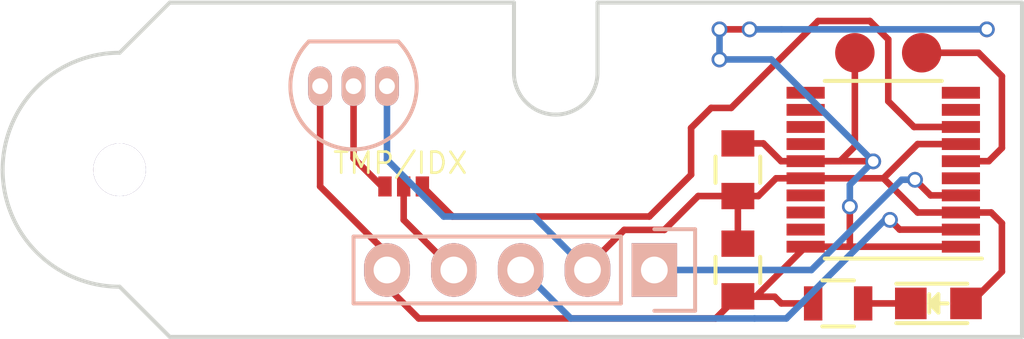
<source format=kicad_pcb>
(kicad_pcb (version 4) (host pcbnew 4.0.2-2.fc24-product)

  (general
    (links 22)
    (no_connects 0)
    (area 69.114999 40.539999 108.163 53.440001)
    (thickness 1.6)
    (drawings 28)
    (tracks 105)
    (zones 0)
    (modules 11)
    (nets 20)
  )

  (page A4)
  (layers
    (0 F.Cu signal)
    (31 B.Cu signal)
    (32 B.Adhes user)
    (33 F.Adhes user)
    (34 B.Paste user)
    (35 F.Paste user)
    (36 B.SilkS user)
    (37 F.SilkS user)
    (38 B.Mask user)
    (39 F.Mask user)
    (40 Dwgs.User user)
    (41 Cmts.User user)
    (42 Eco1.User user)
    (43 Eco2.User user)
    (44 Edge.Cuts user)
    (45 Margin user)
    (46 B.CrtYd user)
    (47 F.CrtYd user)
    (48 B.Fab user)
    (49 F.Fab user)
  )

  (setup
    (last_trace_width 0.25)
    (trace_clearance 0.2)
    (zone_clearance 0.508)
    (zone_45_only yes)
    (trace_min 0.2)
    (segment_width 0.2)
    (edge_width 0.15)
    (via_size 0.6)
    (via_drill 0.4)
    (via_min_size 0.4)
    (via_min_drill 0.3)
    (uvia_size 0.3)
    (uvia_drill 0.1)
    (uvias_allowed no)
    (uvia_min_size 0.2)
    (uvia_min_drill 0.1)
    (pcb_text_width 0.3)
    (pcb_text_size 1.5 1.5)
    (mod_edge_width 0.15)
    (mod_text_size 1 1)
    (mod_text_width 0.15)
    (pad_size 2 2)
    (pad_drill 2)
    (pad_to_mask_clearance 0.2)
    (aux_axis_origin 0 0)
    (visible_elements FFFFFFFF)
    (pcbplotparams
      (layerselection 0x00030_80000001)
      (usegerberextensions false)
      (excludeedgelayer true)
      (linewidth 0.100000)
      (plotframeref false)
      (viasonmask false)
      (mode 1)
      (useauxorigin false)
      (hpglpennumber 1)
      (hpglpenspeed 20)
      (hpglpendiameter 15)
      (hpglpenoverlay 2)
      (psnegative false)
      (psa4output false)
      (plotreference true)
      (plotvalue true)
      (plotinvisibletext false)
      (padsonsilk false)
      (subtractmaskfromsilk false)
      (outputformat 1)
      (mirror false)
      (drillshape 1)
      (scaleselection 1)
      (outputdirectory ""))
  )

  (net 0 "")
  (net 1 +5V)
  (net 2 GND)
  (net 3 "Net-(D1-Pad1)")
  (net 4 "Net-(JP1-Pad1)")
  (net 5 "Net-(JP1-Pad3)")
  (net 6 "Net-(JP1-Pad4)")
  (net 7 "Net-(SJ1-Pad1)")
  (net 8 "Net-(SJ1-Pad3)")
  (net 9 "Net-(U2-Pad5)")
  (net 10 "Net-(U2-Pad6)")
  (net 11 "Net-(U2-Pad9)")
  (net 12 "Net-(U2-Pad10)")
  (net 13 "Net-(U2-Pad11)")
  (net 14 "Net-(U2-Pad12)")
  (net 15 "Net-(U2-Pad13)")
  (net 16 "Net-(U2-Pad14)")
  (net 17 "Net-(U2-Pad17)")
  (net 18 "Net-(U2-Pad18)")
  (net 19 "Net-(U2-Pad19)")

  (net_class Default "This is the default net class."
    (clearance 0.2)
    (trace_width 0.25)
    (via_dia 0.6)
    (via_drill 0.4)
    (uvia_dia 0.3)
    (uvia_drill 0.1)
    (add_net +5V)
    (add_net GND)
    (add_net "Net-(D1-Pad1)")
    (add_net "Net-(JP1-Pad1)")
    (add_net "Net-(JP1-Pad3)")
    (add_net "Net-(JP1-Pad4)")
    (add_net "Net-(SJ1-Pad1)")
    (add_net "Net-(SJ1-Pad3)")
    (add_net "Net-(U2-Pad10)")
    (add_net "Net-(U2-Pad11)")
    (add_net "Net-(U2-Pad12)")
    (add_net "Net-(U2-Pad13)")
    (add_net "Net-(U2-Pad14)")
    (add_net "Net-(U2-Pad17)")
    (add_net "Net-(U2-Pad18)")
    (add_net "Net-(U2-Pad19)")
    (add_net "Net-(U2-Pad5)")
    (add_net "Net-(U2-Pad6)")
    (add_net "Net-(U2-Pad9)")
  )

  (module Housings_SSOP:TSSOP-20_4.4x6.5mm_Pitch0.65mm (layer F.Cu) (tedit 5782702A) (tstamp 57822A84)
    (at 102.68 46.99 180)
    (descr "20-Lead Plastic Thin Shrink Small Outline (ST)-4.4 mm Body [TSSOP] (see Microchip Packaging Specification 00000049BS.pdf)")
    (tags "SSOP 0.65")
    (path /57816357)
    (attr smd)
    (fp_text reference U2 (at -1.206 0 270) (layer F.SilkS) hide
      (effects (font (size 0.8 0.8) (thickness 0.1)))
    )
    (fp_text value AS5304 (at 0.953 0 270) (layer F.Fab)
      (effects (font (size 0.8 0.8) (thickness 0.1)))
    )
    (fp_line (start -3.95 -3.55) (end -3.95 3.55) (layer F.CrtYd) (width 0.05))
    (fp_line (start 3.95 -3.55) (end 3.95 3.55) (layer F.CrtYd) (width 0.05))
    (fp_line (start -3.95 -3.55) (end 3.95 -3.55) (layer F.CrtYd) (width 0.05))
    (fp_line (start -3.95 3.55) (end 3.95 3.55) (layer F.CrtYd) (width 0.05))
    (fp_line (start -2.225 3.375) (end 2.225 3.375) (layer F.SilkS) (width 0.15))
    (fp_line (start -3.75 -3.375) (end 2.225 -3.375) (layer F.SilkS) (width 0.15))
    (pad 1 smd rect (at -2.95 -2.925 180) (size 1.45 0.45) (layers F.Cu F.Paste F.Mask)
      (net 2 GND))
    (pad 2 smd rect (at -2.95 -2.275 180) (size 1.45 0.45) (layers F.Cu F.Paste F.Mask)
      (net 5 "Net-(JP1-Pad3)"))
    (pad 3 smd rect (at -2.95 -1.625 180) (size 1.45 0.45) (layers F.Cu F.Paste F.Mask)
      (net 1 +5V))
    (pad 4 smd rect (at -2.95 -0.975 180) (size 1.45 0.45) (layers F.Cu F.Paste F.Mask)
      (net 4 "Net-(JP1-Pad1)"))
    (pad 5 smd rect (at -2.95 -0.325 180) (size 1.45 0.45) (layers F.Cu F.Paste F.Mask)
      (net 9 "Net-(U2-Pad5)"))
    (pad 6 smd rect (at -2.95 0.325 180) (size 1.45 0.45) (layers F.Cu F.Paste F.Mask)
      (net 10 "Net-(U2-Pad6)"))
    (pad 7 smd rect (at -2.95 0.975 180) (size 1.45 0.45) (layers F.Cu F.Paste F.Mask)
      (net 1 +5V))
    (pad 8 smd rect (at -2.95 1.625 180) (size 1.45 0.45) (layers F.Cu F.Paste F.Mask)
      (net 8 "Net-(SJ1-Pad3)"))
    (pad 9 smd rect (at -2.95 2.275 180) (size 1.45 0.45) (layers F.Cu F.Paste F.Mask)
      (net 11 "Net-(U2-Pad9)"))
    (pad 10 smd rect (at -2.95 2.925 180) (size 1.45 0.45) (layers F.Cu F.Paste F.Mask)
      (net 12 "Net-(U2-Pad10)"))
    (pad 11 smd rect (at 2.95 2.925 180) (size 1.45 0.45) (layers F.Cu F.Paste F.Mask)
      (net 13 "Net-(U2-Pad11)"))
    (pad 12 smd rect (at 2.95 2.275 180) (size 1.45 0.45) (layers F.Cu F.Paste F.Mask)
      (net 14 "Net-(U2-Pad12)"))
    (pad 13 smd rect (at 2.95 1.625 180) (size 1.45 0.45) (layers F.Cu F.Paste F.Mask)
      (net 15 "Net-(U2-Pad13)"))
    (pad 14 smd rect (at 2.95 0.975 180) (size 1.45 0.45) (layers F.Cu F.Paste F.Mask)
      (net 16 "Net-(U2-Pad14)"))
    (pad 15 smd rect (at 2.95 0.325 180) (size 1.45 0.45) (layers F.Cu F.Paste F.Mask)
      (net 2 GND))
    (pad 16 smd rect (at 2.95 -0.325 180) (size 1.45 0.45) (layers F.Cu F.Paste F.Mask)
      (net 1 +5V))
    (pad 17 smd rect (at 2.95 -0.975 180) (size 1.45 0.45) (layers F.Cu F.Paste F.Mask)
      (net 17 "Net-(U2-Pad17)"))
    (pad 18 smd rect (at 2.95 -1.625 180) (size 1.45 0.45) (layers F.Cu F.Paste F.Mask)
      (net 18 "Net-(U2-Pad18)"))
    (pad 19 smd rect (at 2.95 -2.275 180) (size 1.45 0.45) (layers F.Cu F.Paste F.Mask)
      (net 19 "Net-(U2-Pad19)"))
    (pad 20 smd rect (at 2.95 -2.925 180) (size 1.45 0.45) (layers F.Cu F.Paste F.Mask)
      (net 2 GND))
    (model Housings_SSOP.3dshapes/TSSOP-20_4.4x6.5mm_Pitch0.65mm.wrl
      (at (xyz 0 0 0))
      (scale (xyz 1 1 1))
      (rotate (xyz 0 0 0))
    )
  )

  (module Capacitors_SMD:C_0805 (layer F.Cu) (tedit 57827019) (tstamp 57822A43)
    (at 97.155 46.99 90)
    (descr "Capacitor SMD 0805, reflow soldering, AVX (see smccp.pdf)")
    (tags "capacitor 0805")
    (path /5781668B)
    (attr smd)
    (fp_text reference C1 (at 0 0 180) (layer F.SilkS) hide
      (effects (font (size 0.8 0.8) (thickness 0.1)))
    )
    (fp_text value 100n (at 0 -1.397 90) (layer F.Fab)
      (effects (font (size 0.8 0.8) (thickness 0.1)))
    )
    (fp_line (start -1.8 -1) (end 1.8 -1) (layer F.CrtYd) (width 0.05))
    (fp_line (start -1.8 1) (end 1.8 1) (layer F.CrtYd) (width 0.05))
    (fp_line (start -1.8 -1) (end -1.8 1) (layer F.CrtYd) (width 0.05))
    (fp_line (start 1.8 -1) (end 1.8 1) (layer F.CrtYd) (width 0.05))
    (fp_line (start 0.5 -0.85) (end -0.5 -0.85) (layer F.SilkS) (width 0.15))
    (fp_line (start -0.5 0.85) (end 0.5 0.85) (layer F.SilkS) (width 0.15))
    (pad 1 smd rect (at -1 0 90) (size 1 1.25) (layers F.Cu F.Paste F.Mask)
      (net 1 +5V))
    (pad 2 smd rect (at 1 0 90) (size 1 1.25) (layers F.Cu F.Paste F.Mask)
      (net 2 GND))
    (model Capacitors_SMD.3dshapes/C_0805.wrl
      (at (xyz 0 0 0))
      (scale (xyz 1 1 1))
      (rotate (xyz 0 0 0))
    )
  )

  (module Capacitors_SMD:C_0805 (layer F.Cu) (tedit 5782701E) (tstamp 57822A49)
    (at 97.155 50.8 270)
    (descr "Capacitor SMD 0805, reflow soldering, AVX (see smccp.pdf)")
    (tags "capacitor 0805")
    (path /578166A4)
    (attr smd)
    (fp_text reference C2 (at 0 0 360) (layer F.SilkS) hide
      (effects (font (size 0.8 0.8) (thickness 0.1)))
    )
    (fp_text value 10µ (at 0 1.397 270) (layer F.Fab)
      (effects (font (size 0.8 0.8) (thickness 0.1)))
    )
    (fp_line (start -1.8 -1) (end 1.8 -1) (layer F.CrtYd) (width 0.05))
    (fp_line (start -1.8 1) (end 1.8 1) (layer F.CrtYd) (width 0.05))
    (fp_line (start -1.8 -1) (end -1.8 1) (layer F.CrtYd) (width 0.05))
    (fp_line (start 1.8 -1) (end 1.8 1) (layer F.CrtYd) (width 0.05))
    (fp_line (start 0.5 -0.85) (end -0.5 -0.85) (layer F.SilkS) (width 0.15))
    (fp_line (start -0.5 0.85) (end 0.5 0.85) (layer F.SilkS) (width 0.15))
    (pad 1 smd rect (at -1 0 270) (size 1 1.25) (layers F.Cu F.Paste F.Mask)
      (net 1 +5V))
    (pad 2 smd rect (at 1 0 270) (size 1 1.25) (layers F.Cu F.Paste F.Mask)
      (net 2 GND))
    (model Capacitors_SMD.3dshapes/C_0805.wrl
      (at (xyz 0 0 0))
      (scale (xyz 1 1 1))
      (rotate (xyz 0 0 0))
    )
  )

  (module LEDs:LED_0805 (layer F.Cu) (tedit 57827027) (tstamp 57822A4F)
    (at 104.775 52.07)
    (descr "LED 0805 smd package")
    (tags "LED 0805 SMD")
    (path /578231AB)
    (attr smd)
    (fp_text reference D1 (at -0.127 -1.143) (layer F.SilkS) hide
      (effects (font (size 0.8 0.8) (thickness 0.1)))
    )
    (fp_text value PWR (at 2.413 -0.508 90) (layer F.Fab)
      (effects (font (size 1 1) (thickness 0.15)))
    )
    (fp_line (start -1.6 0.75) (end 1.1 0.75) (layer F.SilkS) (width 0.15))
    (fp_line (start -1.6 -0.75) (end 1.1 -0.75) (layer F.SilkS) (width 0.15))
    (fp_line (start -0.1 0.15) (end -0.1 -0.1) (layer F.SilkS) (width 0.15))
    (fp_line (start -0.1 -0.1) (end -0.25 0.05) (layer F.SilkS) (width 0.15))
    (fp_line (start -0.35 -0.35) (end -0.35 0.35) (layer F.SilkS) (width 0.15))
    (fp_line (start 0 0) (end 0.35 0) (layer F.SilkS) (width 0.15))
    (fp_line (start -0.35 0) (end 0 -0.35) (layer F.SilkS) (width 0.15))
    (fp_line (start 0 -0.35) (end 0 0.35) (layer F.SilkS) (width 0.15))
    (fp_line (start 0 0.35) (end -0.35 0) (layer F.SilkS) (width 0.15))
    (fp_line (start 1.9 -0.95) (end 1.9 0.95) (layer F.CrtYd) (width 0.05))
    (fp_line (start 1.9 0.95) (end -1.9 0.95) (layer F.CrtYd) (width 0.05))
    (fp_line (start -1.9 0.95) (end -1.9 -0.95) (layer F.CrtYd) (width 0.05))
    (fp_line (start -1.9 -0.95) (end 1.9 -0.95) (layer F.CrtYd) (width 0.05))
    (pad 2 smd rect (at 1.04902 0 180) (size 1.19888 1.19888) (layers F.Cu F.Paste F.Mask)
      (net 1 +5V))
    (pad 1 smd rect (at -1.04902 0 180) (size 1.19888 1.19888) (layers F.Cu F.Paste F.Mask)
      (net 3 "Net-(D1-Pad1)"))
    (model LEDs.3dshapes/LED_0805.wrl
      (at (xyz 0 0 0))
      (scale (xyz 1 1 1))
      (rotate (xyz 0 0 0))
    )
  )

  (module Pin_Headers:Pin_Header_Straight_1x05 (layer B.Cu) (tedit 578270A8) (tstamp 57822A58)
    (at 93.98 50.8 90)
    (descr "Through hole pin header")
    (tags "pin header")
    (path /57817BA9)
    (fp_text reference JP1 (at -0.127 -12.7 90) (layer B.SilkS) hide
      (effects (font (size 1 1) (thickness 0.15)) (justify mirror))
    )
    (fp_text value ENCODER (at 1.778 -5.08 180) (layer B.Fab)
      (effects (font (size 0.8 0.8) (thickness 0.1)) (justify mirror))
    )
    (fp_line (start -1.55 0) (end -1.55 1.55) (layer B.SilkS) (width 0.15))
    (fp_line (start -1.55 1.55) (end 1.55 1.55) (layer B.SilkS) (width 0.15))
    (fp_line (start 1.55 1.55) (end 1.55 0) (layer B.SilkS) (width 0.15))
    (fp_line (start -1.75 1.75) (end -1.75 -11.95) (layer B.CrtYd) (width 0.05))
    (fp_line (start 1.75 1.75) (end 1.75 -11.95) (layer B.CrtYd) (width 0.05))
    (fp_line (start -1.75 1.75) (end 1.75 1.75) (layer B.CrtYd) (width 0.05))
    (fp_line (start -1.75 -11.95) (end 1.75 -11.95) (layer B.CrtYd) (width 0.05))
    (fp_line (start 1.27 -1.27) (end 1.27 -11.43) (layer B.SilkS) (width 0.15))
    (fp_line (start 1.27 -11.43) (end -1.27 -11.43) (layer B.SilkS) (width 0.15))
    (fp_line (start -1.27 -11.43) (end -1.27 -1.27) (layer B.SilkS) (width 0.15))
    (fp_line (start 1.27 -1.27) (end -1.27 -1.27) (layer B.SilkS) (width 0.15))
    (pad 1 thru_hole rect (at 0 0 90) (size 2.032 1.7272) (drill 1.016) (layers *.Cu *.Mask B.SilkS)
      (net 4 "Net-(JP1-Pad1)"))
    (pad 2 thru_hole oval (at 0 -2.54 90) (size 2.032 1.7272) (drill 1.016) (layers *.Cu *.Mask B.SilkS)
      (net 1 +5V))
    (pad 3 thru_hole oval (at 0 -5.08 90) (size 2.032 1.7272) (drill 1.016) (layers *.Cu *.Mask B.SilkS)
      (net 5 "Net-(JP1-Pad3)"))
    (pad 4 thru_hole oval (at 0 -7.62 90) (size 2.032 1.7272) (drill 1.016) (layers *.Cu *.Mask B.SilkS)
      (net 6 "Net-(JP1-Pad4)"))
    (pad 5 thru_hole oval (at 0 -10.16 90) (size 2.032 1.7272) (drill 1.016) (layers *.Cu *.Mask B.SilkS)
      (net 2 GND))
    (model Pin_Headers.3dshapes/Pin_Header_Straight_1x05.wrl
      (at (xyz 0 -0.2 0))
      (scale (xyz 1 1 1))
      (rotate (xyz 0 0 90))
    )
  )

  (module Resistors_SMD:R_0805 (layer F.Cu) (tedit 57827024) (tstamp 57822A5E)
    (at 100.965 52.07 180)
    (descr "Resistor SMD 0805, reflow soldering, Vishay (see dcrcw.pdf)")
    (tags "resistor 0805")
    (path /57823260)
    (attr smd)
    (fp_text reference R1 (at 0 0 270) (layer F.SilkS) hide
      (effects (font (size 0.8 0.8) (thickness 0.1)))
    )
    (fp_text value 1k (at 2.159 0 180) (layer F.Fab)
      (effects (font (size 0.8 0.8) (thickness 0.1)))
    )
    (fp_line (start -1.6 -1) (end 1.6 -1) (layer F.CrtYd) (width 0.05))
    (fp_line (start -1.6 1) (end 1.6 1) (layer F.CrtYd) (width 0.05))
    (fp_line (start -1.6 -1) (end -1.6 1) (layer F.CrtYd) (width 0.05))
    (fp_line (start 1.6 -1) (end 1.6 1) (layer F.CrtYd) (width 0.05))
    (fp_line (start 0.6 0.875) (end -0.6 0.875) (layer F.SilkS) (width 0.15))
    (fp_line (start -0.6 -0.875) (end 0.6 -0.875) (layer F.SilkS) (width 0.15))
    (pad 1 smd rect (at -0.95 0 180) (size 0.7 1.3) (layers F.Cu F.Paste F.Mask)
      (net 3 "Net-(D1-Pad1)"))
    (pad 2 smd rect (at 0.95 0 180) (size 0.7 1.3) (layers F.Cu F.Paste F.Mask)
      (net 2 GND))
    (model Resistors_SMD.3dshapes/R_0805.wrl
      (at (xyz 0 0 0))
      (scale (xyz 1 1 1))
      (rotate (xyz 0 0 0))
    )
  )

  (module open-project:S_JUMPER_3 (layer F.Cu) (tedit 57826E0C) (tstamp 57822A65)
    (at 84.455 47.625)
    (path /57818314)
    (fp_text reference SJ1 (at 2.159 -0.127) (layer F.SilkS) hide
      (effects (font (size 0.762 0.762) (thickness 0.127)))
    )
    (fp_text value TMP/IDX (at -0.127 -0.889) (layer F.SilkS)
      (effects (font (size 0.8 0.8) (thickness 0.1)))
    )
    (pad 2 smd rect (at 0 0) (size 0.508 0.762) (layers F.Cu F.Paste F.Mask)
      (net 6 "Net-(JP1-Pad4)") (clearance 0.2032))
    (pad 1 smd rect (at -0.7112 0) (size 0.508 0.762) (layers F.Cu F.Paste F.Mask)
      (net 7 "Net-(SJ1-Pad1)") (clearance 0.2032))
    (pad 3 smd rect (at 0.7112 0) (size 0.508 0.762) (layers F.Cu F.Paste F.Mask)
      (net 8 "Net-(SJ1-Pad3)") (clearance 0.2032))
  )

  (module TO_SOT_Packages_THT:TO-92_Inline_Narrow_Oval (layer B.Cu) (tedit 57827092) (tstamp 57822A6C)
    (at 81.28 43.815)
    (descr "TO-92 leads in-line, narrow, oval pads, drill 0.6mm (see NXP sot054_po.pdf)")
    (tags "to-92 sc-43 sc-43a sot54 PA33 transistor")
    (path /578170CD)
    (fp_text reference U1 (at -0.254 3.175 90) (layer B.SilkS) hide
      (effects (font (size 0.8 0.8) (thickness 0.1)) (justify mirror))
    )
    (fp_text value DS18B20 (at -1.778 1.651 90) (layer B.Fab)
      (effects (font (size 0.8 0.8) (thickness 0.1)) (justify mirror))
    )
    (fp_line (start -1.4 -1.95) (end -1.4 2.65) (layer B.CrtYd) (width 0.05))
    (fp_line (start -1.4 -1.95) (end 3.95 -1.95) (layer B.CrtYd) (width 0.05))
    (fp_line (start -0.43 -1.7) (end 2.97 -1.7) (layer B.SilkS) (width 0.15))
    (fp_arc (start 1.27 0) (end 1.27 2.4) (angle 135) (layer B.SilkS) (width 0.15))
    (fp_arc (start 1.27 0) (end 1.27 2.4) (angle -135) (layer B.SilkS) (width 0.15))
    (fp_line (start -1.4 2.65) (end 3.95 2.65) (layer B.CrtYd) (width 0.05))
    (fp_line (start 3.95 -1.95) (end 3.95 2.65) (layer B.CrtYd) (width 0.05))
    (pad 2 thru_hole oval (at 1.27 0 180) (size 0.89916 1.50114) (drill 0.6) (layers *.Cu *.Mask B.SilkS)
      (net 7 "Net-(SJ1-Pad1)"))
    (pad 3 thru_hole oval (at 2.54 0 180) (size 0.89916 1.50114) (drill 0.6) (layers *.Cu *.Mask B.SilkS)
      (net 1 +5V))
    (pad 1 thru_hole oval (at 0 0 180) (size 0.89916 1.50114) (drill 0.6) (layers *.Cu *.Mask B.SilkS)
      (net 2 GND))
    (model TO_SOT_Packages_THT.3dshapes/TO-92_Inline_Narrow_Oval.wrl
      (at (xyz 0.05 0 0))
      (scale (xyz 1 1 1))
      (rotate (xyz 0 0 -90))
    )
  )

  (module Measurement_Points:Measurement_Point_Round-SMD-Pad_Small (layer F.Cu) (tedit 57827030) (tstamp 57822D63)
    (at 101.6 42.545)
    (descr "Mesurement Point, Round, SMD Pad, DM 1.5mm,")
    (tags "Mesurement Point Round SMD Pad 1.5mm")
    (path /57818B75)
    (attr virtual)
    (fp_text reference GND (at -2.286 -0.889) (layer F.SilkS) hide
      (effects (font (size 0.8 0.8) (thickness 0.1)))
    )
    (fp_text value GND (at -2.286 0) (layer F.Fab)
      (effects (font (size 0.8 0.8) (thickness 0.1)))
    )
    (fp_circle (center 0 0) (end 1 0) (layer F.CrtYd) (width 0.05))
    (pad 1 smd circle (at 0 0) (size 1.5 1.5) (layers F.Cu F.Mask)
      (net 2 GND))
  )

  (module Measurement_Points:Measurement_Point_Round-SMD-Pad_Small (layer F.Cu) (tedit 57827034) (tstamp 57822D67)
    (at 104.14 42.545)
    (descr "Mesurement Point, Round, SMD Pad, DM 1.5mm,")
    (tags "Mesurement Point Round SMD Pad 1.5mm")
    (path /578189A0)
    (attr virtual)
    (fp_text reference AO (at 1.905 -0.889) (layer F.SilkS) hide
      (effects (font (size 0.8 0.8) (thickness 0.1)))
    )
    (fp_text value AO (at 1.905 0) (layer F.Fab)
      (effects (font (size 0.8 0.8) (thickness 0.1)))
    )
    (fp_circle (center 0 0) (end 1 0) (layer F.CrtYd) (width 0.05))
    (pad 1 smd circle (at 0 0) (size 1.5 1.5) (layers F.Cu F.Mask)
      (net 10 "Net-(U2-Pad6)"))
  )

  (module bjh-kicad-mountingholes-fp:MountingHole_2-0mm (layer F.Cu) (tedit 57827068) (tstamp 57826A94)
    (at 73.66 46.99)
    (tags "Mounting hole")
    (fp_text reference REF** (at -2.032 0 90) (layer F.SilkS) hide
      (effects (font (size 1 1) (thickness 0.15)))
    )
    (fp_text value "Axis 2mm" (at 2.794 0 90) (layer F.Fab) hide
      (effects (font (size 1 1) (thickness 0.15)))
    )
    (fp_circle (center 0 0) (end 1 0) (layer Cmts.User) (width 0.2))
    (pad 1 thru_hole circle (at 0 0) (size 2 2) (drill 2) (layers F.Cu))
  )

  (gr_arc (start 90.2335 43.307) (end 91.821 43.307) (angle 90) (layer Edge.Cuts) (width 0.15))
  (gr_arc (start 90.2335 43.307) (end 90.2335 44.8945) (angle 90) (layer Edge.Cuts) (width 0.15))
  (gr_arc (start 73.66 46.99) (end 73.66 51.435) (angle 90) (layer Edge.Cuts) (width 0.15))
  (gr_arc (start 73.66 46.99) (end 69.215 46.99) (angle 90) (layer Edge.Cuts) (width 0.15))
  (gr_line (start 75.565 53.34) (end 73.66 51.435) (angle 90) (layer Edge.Cuts) (width 0.15))
  (gr_line (start 75.565 40.64) (end 73.66 42.545) (angle 90) (layer Edge.Cuts) (width 0.15))
  (gr_line (start 88.646 40.64) (end 75.565 40.64) (angle 90) (layer Edge.Cuts) (width 0.15))
  (gr_line (start 88.646 43.307) (end 88.646 40.64) (angle 90) (layer Edge.Cuts) (width 0.15))
  (gr_line (start 88.646 40.64) (end 88.646 43.307) (angle 90) (layer Edge.Cuts) (width 0.15))
  (gr_line (start 91.821 40.64) (end 91.821 43.307) (angle 90) (layer Edge.Cuts) (width 0.15))
  (gr_line (start 107.95 40.64) (end 91.821 40.64) (angle 90) (layer Edge.Cuts) (width 0.15))
  (gr_line (start 107.95 53.34) (end 107.95 40.64) (angle 90) (layer Edge.Cuts) (width 0.15))
  (gr_line (start 75.565 53.34) (end 107.95 53.34) (angle 90) (layer Edge.Cuts) (width 0.15))
  (gr_line (start 88.646 43.307) (end 88.646 40.64) (angle 90) (layer Eco1.User) (width 0.2))
  (gr_line (start 91.821 40.64) (end 91.821 43.307) (angle 90) (layer Eco1.User) (width 0.2))
  (gr_line (start 75.565 53.34) (end 76.2 53.34) (angle 90) (layer Eco1.User) (width 0.2))
  (gr_line (start 73.66 51.435) (end 75.565 53.34) (angle 90) (layer Eco1.User) (width 0.2))
  (gr_line (start 76.2 40.64) (end 75.565 40.64) (angle 90) (layer Eco1.User) (width 0.2))
  (gr_line (start 73.66 42.545) (end 75.565 40.64) (angle 90) (layer Eco1.User) (width 0.2))
  (gr_arc (start 73.66 46.99) (end 73.66 51.435) (angle 90) (layer Eco1.User) (width 0.2))
  (gr_arc (start 73.66 46.99) (end 69.215 46.99) (angle 90) (layer Eco1.User) (width 0.2))
  (gr_line (start 88.646 40.64) (end 76.2 40.64) (angle 90) (layer Eco1.User) (width 0.2))
  (gr_line (start 76.2 53.34) (end 107.95 53.34) (angle 90) (layer Eco1.User) (width 0.2))
  (gr_arc (start 90.2335 43.307) (end 90.2335 44.8945) (angle 90) (layer Eco1.User) (width 0.2))
  (gr_arc (start 90.2335 43.307) (end 91.821 43.307) (angle 90) (layer Eco1.User) (width 0.2))
  (gr_line (start 93.345 40.64) (end 91.821 40.64) (angle 90) (layer Eco1.User) (width 0.2))
  (gr_line (start 93.345 40.64) (end 107.95 40.64) (angle 90) (layer Eco1.User) (width 0.2))
  (gr_line (start 107.95 40.64) (end 107.95 53.34) (angle 90) (layer Eco1.User) (width 0.2))

  (segment (start 91.44 50.8) (end 89.408 48.768) (width 0.25) (layer B.Cu) (net 1))
  (segment (start 83.82 46.609) (end 83.82 43.815) (width 0.25) (layer B.Cu) (net 1) (tstamp 57824C18))
  (segment (start 83.8835 46.6725) (end 83.82 46.609) (width 0.25) (layer B.Cu) (net 1) (tstamp 57824C14))
  (segment (start 85.979 48.768) (end 83.8835 46.6725) (width 0.25) (layer B.Cu) (net 1) (tstamp 57824C0E))
  (segment (start 89.408 48.768) (end 85.979 48.768) (width 0.25) (layer B.Cu) (net 1) (tstamp 57824C0A))
  (segment (start 91.44 50.8) (end 91.44 50.673) (width 0.25) (layer F.Cu) (net 1))
  (segment (start 91.44 50.673) (end 92.837 49.276) (width 0.25) (layer F.Cu) (net 1) (tstamp 57824B95))
  (segment (start 95.647 47.99) (end 97.155 47.99) (width 0.25) (layer F.Cu) (net 1) (tstamp 57824B9E))
  (segment (start 94.361 49.276) (end 95.647 47.99) (width 0.25) (layer F.Cu) (net 1) (tstamp 57824B9C))
  (segment (start 92.837 49.276) (end 94.361 49.276) (width 0.25) (layer F.Cu) (net 1) (tstamp 57824B98))
  (segment (start 97.155 47.99) (end 97.155 49.8) (width 0.25) (layer F.Cu) (net 1))
  (segment (start 105.82402 52.07) (end 105.9815 52.07) (width 0.25) (layer F.Cu) (net 1))
  (segment (start 105.9815 52.07) (end 107.188 50.8635) (width 0.25) (layer F.Cu) (net 1) (tstamp 57824998))
  (segment (start 107.188 50.8635) (end 107.188 49.022) (width 0.25) (layer F.Cu) (net 1) (tstamp 57824999))
  (segment (start 107.188 49.022) (end 106.781 48.615) (width 0.25) (layer F.Cu) (net 1) (tstamp 5782499B))
  (segment (start 106.781 48.615) (end 105.63 48.615) (width 0.25) (layer F.Cu) (net 1) (tstamp 5782499E))
  (segment (start 105.63 48.615) (end 103.987 48.615) (width 0.25) (layer F.Cu) (net 1))
  (segment (start 103.987 48.615) (end 102.687 47.315) (width 0.25) (layer F.Cu) (net 1) (tstamp 57824990))
  (segment (start 99.73 47.315) (end 102.687 47.315) (width 0.25) (layer F.Cu) (net 1))
  (segment (start 103.987 46.015) (end 105.63 46.015) (width 0.25) (layer F.Cu) (net 1) (tstamp 5782498C))
  (segment (start 102.687 47.315) (end 103.987 46.015) (width 0.25) (layer F.Cu) (net 1) (tstamp 5782498B))
  (segment (start 97.155 47.99) (end 97.933 47.99) (width 0.25) (layer F.Cu) (net 1))
  (segment (start 98.608 47.315) (end 99.73 47.315) (width 0.25) (layer F.Cu) (net 1) (tstamp 57824986))
  (segment (start 97.933 47.99) (end 98.608 47.315) (width 0.25) (layer F.Cu) (net 1) (tstamp 57824982))
  (via (at 96.4565 42.799) (size 0.6) (drill 0.4) (layers F.Cu B.Cu) (net 2))
  (segment (start 99.568 43.942) (end 98.425 42.799) (width 0.25) (layer B.Cu) (net 2))
  (segment (start 98.425 42.799) (end 96.4565 42.799) (width 0.25) (layer B.Cu) (net 2) (tstamp 57826931))
  (via (at 106.6165 41.656) (size 0.6) (drill 0.4) (layers F.Cu B.Cu) (net 2))
  (segment (start 98.806 41.656) (end 106.6165 41.656) (width 0.25) (layer B.Cu) (net 2))
  (segment (start 96.4565 42.799) (end 96.4565 41.656) (width 0.25) (layer B.Cu) (net 2) (tstamp 57825AC8))
  (via (at 96.4565 41.656) (size 0.6) (drill 0.4) (layers F.Cu B.Cu) (net 2))
  (segment (start 96.4565 41.656) (end 97.5995 41.656) (width 0.25) (layer F.Cu) (net 2) (tstamp 57825ACE))
  (via (at 97.5995 41.656) (size 0.6) (drill 0.4) (layers F.Cu B.Cu) (net 2))
  (segment (start 97.5995 41.656) (end 98.806 41.656) (width 0.25) (layer B.Cu) (net 2) (tstamp 57825AD2))
  (segment (start 102.2985 46.6725) (end 99.568 43.942) (width 0.25) (layer B.Cu) (net 2))
  (segment (start 99.73 46.665) (end 102.291 46.665) (width 0.25) (layer F.Cu) (net 2))
  (segment (start 101.4095 49.8515) (end 101.4095 49.915) (width 0.25) (layer F.Cu) (net 2) (tstamp 57824BCB))
  (segment (start 101.4095 48.387) (end 101.4095 49.8515) (width 0.25) (layer F.Cu) (net 2) (tstamp 57824BCA))
  (via (at 101.4095 48.387) (size 0.6) (drill 0.4) (layers F.Cu B.Cu) (net 2))
  (segment (start 101.4095 47.5615) (end 101.4095 48.387) (width 0.25) (layer B.Cu) (net 2) (tstamp 57824BC2))
  (segment (start 102.2985 46.6725) (end 101.4095 47.5615) (width 0.25) (layer B.Cu) (net 2) (tstamp 57824BC1))
  (via (at 102.2985 46.6725) (size 0.6) (drill 0.4) (layers F.Cu B.Cu) (net 2))
  (segment (start 102.291 46.665) (end 102.2985 46.6725) (width 0.25) (layer F.Cu) (net 2) (tstamp 57824BAF))
  (segment (start 101.4095 49.915) (end 101.4095 49.911) (width 0.25) (layer F.Cu) (net 2) (tstamp 57824BD4))
  (segment (start 101.4095 49.911) (end 101.4095 49.915) (width 0.25) (layer F.Cu) (net 2) (tstamp 57824BDF))
  (segment (start 101.6 42.545) (end 101.6 46.101) (width 0.25) (layer F.Cu) (net 2))
  (segment (start 101.036 46.665) (end 99.73 46.665) (width 0.25) (layer F.Cu) (net 2) (tstamp 578249CD))
  (segment (start 101.6 46.101) (end 101.036 46.665) (width 0.25) (layer F.Cu) (net 2) (tstamp 578249C9))
  (segment (start 99.73 46.665) (end 98.7985 46.665) (width 0.25) (layer F.Cu) (net 2))
  (segment (start 98.1235 45.99) (end 97.155 45.99) (width 0.25) (layer F.Cu) (net 2) (tstamp 578249C5))
  (segment (start 98.7985 46.665) (end 98.1235 45.99) (width 0.25) (layer F.Cu) (net 2) (tstamp 578249C2))
  (segment (start 99.73 49.915) (end 101.4095 49.915) (width 0.25) (layer F.Cu) (net 2))
  (segment (start 101.4095 49.915) (end 105.63 49.915) (width 0.25) (layer F.Cu) (net 2) (tstamp 57824BE0))
  (segment (start 97.155 51.8) (end 97.845 51.8) (width 0.25) (layer F.Cu) (net 2))
  (segment (start 97.845 51.8) (end 99.73 49.915) (width 0.25) (layer F.Cu) (net 2) (tstamp 57824979))
  (segment (start 100.015 52.07) (end 98.806 52.07) (width 0.25) (layer F.Cu) (net 2))
  (segment (start 98.552 51.816) (end 97.171 51.816) (width 0.25) (layer F.Cu) (net 2) (tstamp 57824961))
  (segment (start 98.806 52.07) (end 98.552 51.816) (width 0.25) (layer F.Cu) (net 2) (tstamp 5782495E))
  (segment (start 97.171 51.816) (end 97.155 51.8) (width 0.25) (layer F.Cu) (net 2) (tstamp 57824962))
  (segment (start 83.82 50.8) (end 83.82 51.435) (width 0.25) (layer F.Cu) (net 2))
  (segment (start 83.82 51.435) (end 85.0265 52.6415) (width 0.25) (layer F.Cu) (net 2) (tstamp 5782494C))
  (segment (start 96.3135 52.6415) (end 97.155 51.8) (width 0.25) (layer F.Cu) (net 2) (tstamp 57824958))
  (segment (start 85.0265 52.6415) (end 96.3135 52.6415) (width 0.25) (layer F.Cu) (net 2) (tstamp 5782494F))
  (segment (start 83.82 50.8) (end 83.82 50.165) (width 0.25) (layer F.Cu) (net 2))
  (segment (start 83.82 50.165) (end 81.28 47.625) (width 0.25) (layer F.Cu) (net 2) (tstamp 57824929))
  (segment (start 81.28 47.625) (end 81.28 43.815) (width 0.25) (layer F.Cu) (net 2) (tstamp 57824934))
  (segment (start 103.72598 52.07) (end 101.915 52.07) (width 0.25) (layer F.Cu) (net 3))
  (segment (start 93.98 50.8) (end 99.949 50.8) (width 0.25) (layer B.Cu) (net 4))
  (segment (start 104.48 47.965) (end 105.63 47.965) (width 0.25) (layer F.Cu) (net 4) (tstamp 57824B80))
  (segment (start 103.886 47.371) (end 104.48 47.965) (width 0.25) (layer F.Cu) (net 4) (tstamp 57824B7F))
  (via (at 103.886 47.371) (size 0.6) (drill 0.4) (layers F.Cu B.Cu) (net 4))
  (segment (start 103.378 47.371) (end 103.886 47.371) (width 0.25) (layer B.Cu) (net 4) (tstamp 57824B7B))
  (segment (start 99.949 50.8) (end 103.378 47.371) (width 0.25) (layer B.Cu) (net 4) (tstamp 57824B6E))
  (segment (start 97.79 52.6415) (end 98.9965 52.6415) (width 0.25) (layer B.Cu) (net 5))
  (segment (start 102.9335 48.895) (end 103.3035 49.265) (width 0.25) (layer F.Cu) (net 5) (tstamp 57824AC2))
  (segment (start 105.63 49.265) (end 103.3035 49.265) (width 0.25) (layer F.Cu) (net 5) (tstamp 57824AC3))
  (segment (start 90.805 52.6415) (end 88.9635 50.8) (width 0.25) (layer B.Cu) (net 5) (tstamp 57824A89))
  (segment (start 90.805 52.6415) (end 97.79 52.6415) (width 0.25) (layer B.Cu) (net 5) (tstamp 57824A8E))
  (segment (start 99.6315 52.0065) (end 102.743 48.895) (width 0.25) (layer B.Cu) (net 5) (tstamp 57824A9B))
  (segment (start 102.743 48.895) (end 102.9335 48.895) (width 0.25) (layer B.Cu) (net 5) (tstamp 57824AAE))
  (via (at 102.9335 48.895) (size 0.6) (drill 0.4) (layers F.Cu B.Cu) (net 5))
  (segment (start 98.9965 52.6415) (end 99.6315 52.0065) (width 0.25) (layer B.Cu) (net 5) (tstamp 57824B04))
  (segment (start 88.9 50.8) (end 88.9635 50.8) (width 0.25) (layer B.Cu) (net 5))
  (segment (start 84.455 47.625) (end 84.455 48.895) (width 0.25) (layer F.Cu) (net 6))
  (segment (start 84.455 48.895) (end 86.36 50.8) (width 0.25) (layer F.Cu) (net 6) (tstamp 57824920))
  (segment (start 83.7438 47.625) (end 83.6295 47.625) (width 0.25) (layer F.Cu) (net 7))
  (segment (start 83.6295 47.625) (end 82.55 46.5455) (width 0.25) (layer F.Cu) (net 7) (tstamp 5782493A))
  (segment (start 82.55 46.5455) (end 82.55 43.815) (width 0.25) (layer F.Cu) (net 7) (tstamp 5782493D))
  (segment (start 105.63 45.365) (end 103.8485 45.365) (width 0.25) (layer F.Cu) (net 8))
  (segment (start 86.3092 48.768) (end 85.1662 47.625) (width 0.25) (layer F.Cu) (net 8) (tstamp 57824A65))
  (segment (start 93.7895 48.768) (end 86.3092 48.768) (width 0.25) (layer F.Cu) (net 8) (tstamp 57824A63))
  (segment (start 95.377 47.1805) (end 93.7895 48.768) (width 0.25) (layer F.Cu) (net 8) (tstamp 57824A60))
  (segment (start 95.377 45.4025) (end 95.377 47.1805) (width 0.25) (layer F.Cu) (net 8) (tstamp 57824A5E))
  (segment (start 96.139 44.6405) (end 95.377 45.4025) (width 0.25) (layer F.Cu) (net 8) (tstamp 57824A57))
  (segment (start 96.901 44.6405) (end 96.139 44.6405) (width 0.25) (layer F.Cu) (net 8) (tstamp 57824A54))
  (segment (start 100.203 41.3385) (end 96.901 44.6405) (width 0.25) (layer F.Cu) (net 8) (tstamp 57824A46))
  (segment (start 102.1715 41.3385) (end 100.203 41.3385) (width 0.25) (layer F.Cu) (net 8) (tstamp 57824A43))
  (segment (start 102.87 42.037) (end 102.1715 41.3385) (width 0.25) (layer F.Cu) (net 8) (tstamp 57824A41))
  (segment (start 102.87 44.3865) (end 102.87 42.037) (width 0.25) (layer F.Cu) (net 8) (tstamp 57824A3A))
  (segment (start 103.8485 45.365) (end 102.87 44.3865) (width 0.25) (layer F.Cu) (net 8) (tstamp 57824A39))
  (segment (start 104.14 42.545) (end 106.299 42.545) (width 0.25) (layer F.Cu) (net 10))
  (segment (start 106.6875 46.665) (end 105.63 46.665) (width 0.25) (layer F.Cu) (net 10) (tstamp 57824A17))
  (segment (start 107.188 46.1645) (end 106.6875 46.665) (width 0.25) (layer F.Cu) (net 10) (tstamp 57824A14))
  (segment (start 107.188 43.434) (end 107.188 46.1645) (width 0.25) (layer F.Cu) (net 10) (tstamp 57824A05))
  (segment (start 106.299 42.545) (end 107.188 43.434) (width 0.25) (layer F.Cu) (net 10) (tstamp 578249FF))

  (zone (net 0) (net_name "") (layer B.Cu) (tstamp 57825DEB) (hatch edge 0.508)
    (connect_pads (clearance 0.508))
    (min_thickness 0.254)
    (keepout (tracks not_allowed) (vias not_allowed) (copperpour allowed))
    (fill (arc_segments 16) (thermal_gap 0.508) (thermal_bridge_width 0.508))
    (polygon
      (pts
        (xy 93.472 44.704) (xy 92.075 46.101) (xy 88.646 46.101) (xy 87.122 44.577) (xy 87.122 40.64)
        (xy 93.472 40.64) (xy 93.472 44.704)
      )
    )
  )
  (zone (net 0) (net_name "") (layer F.Cu) (tstamp 57825E11) (hatch edge 0.508)
    (connect_pads (clearance 0.508))
    (min_thickness 0.254)
    (keepout (tracks not_allowed) (vias not_allowed) (copperpour allowed))
    (fill (arc_segments 16) (thermal_gap 0.508) (thermal_bridge_width 0.508))
    (polygon
      (pts
        (xy 93.472 44.704) (xy 92.075 46.101) (xy 88.646 46.101) (xy 87.122 44.577) (xy 87.122 40.64)
        (xy 93.472 40.64) (xy 93.472 44.704)
      )
    )
  )
  (zone (net 2) (net_name GND) (layer B.Cu) (tstamp 57825E80) (hatch edge 0.508)
    (connect_pads (clearance 0.508))
    (min_thickness 0.254)
    (fill (arc_segments 16) (thermal_gap 0.508) (thermal_bridge_width 0.508))
    (polygon
      (pts
        (xy 87.122 44.577) (xy 88.646 46.101) (xy 92.075 46.101) (xy 93.472 44.704) (xy 93.472 40.64)
        (xy 107.95 40.64) (xy 107.95 53.34) (xy 78.613 53.34) (xy 78.613 40.64) (xy 87.122 40.64)
        (xy 87.122 44.577)
      )
    )
  )
  (zone (net 2) (net_name GND) (layer F.Cu) (tstamp 57825EB3) (hatch edge 0.508)
    (connect_pads (clearance 0.508))
    (min_thickness 0.254)
    (fill (arc_segments 16) (thermal_gap 0.508) (thermal_bridge_width 0.508))
    (polygon
      (pts
        (xy 78.613 40.64) (xy 87.122 40.64) (xy 87.122 44.577) (xy 88.646 46.101) (xy 92.075 46.101)
        (xy 93.472 44.704) (xy 93.472 40.64) (xy 107.95 40.64) (xy 107.95 53.34) (xy 78.613 53.34)
      )
    )
  )
)

</source>
